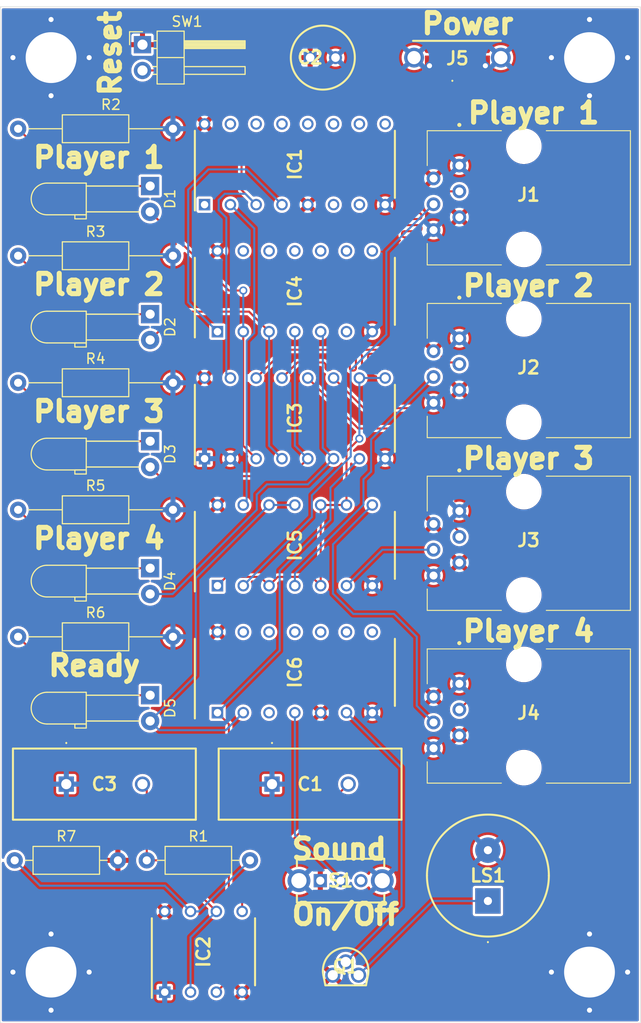
<source format=kicad_pcb>
(kicad_pcb (version 20240108) (generator "pcbnew") (generator_version "8.0")
  (layers (0 "F.Cu" signal) (31 "B.Cu" signal) (34 "B.Paste" user) (35 "F.Paste" user) (36 "B.SilkS" user "B.Silkscreen") (37 "F.SilkS" user "F.Silkscreen") (38 "B.Mask" user) (39 "F.Mask" user) (44 "Edge.Cuts" user))
  (net 0 "")
  (net 1 "GND")
  (net 2 "Net-(IC2-CONT)")
  (net 3 "/Vbus_5V")
  (net 4 "Net-(IC2-THRES)")
  (net 5 "Net-(D1-A)")
  (net 6 "Net-(D1-K)")
  (net 7 "Net-(D2-K)")
  (net 8 "Net-(D2-A)")
  (net 9 "Net-(D3-A)")
  (net 10 "Net-(D3-K)")
  (net 11 "Net-(D4-A)")
  (net 12 "Net-(D4-K)")
  (net 13 "Net-(D5-K)")
  (net 14 "/listening")
  (net 16 "Net-(IC1-S1)")
  (net 18 "/reset_button")
  (net 21 "/listening_state*")
  (net 28 "Net-(IC2-OUT)")
  (net 29 "Net-(IC2-DISCH)")
  (net 30 "/listening*")
  (net 31 "/trigger_4")
  (net 32 "/trigger_2")
  (net 33 "/trigger_1")
  (net 34 "/trigger_3")
  (net 42 "Net-(IC5-1Y)")
  (net 43 "Net-(IC5-4Y)")
  (net 44 "Net-(IC5-2Y)")
  (net 45 "Net-(IC5-3Y)")
  (net 50 "Net-(IC6-1Y)")
  (net 51 "Net-(IC6-1C)")
  (net 57 "Net-(LS1-+)")
  (footprint "SamacSys_PCB_Library:154UL6661" (layer "F.Cu") (at 95.1875 82.6225)
    (property "Reference" "J2")
    (property "Value" "154-UL6661" (hide yes))
  )
  (footprint "SamacSys_PCB_Library:DIP794W53P254L1930H508Q14N" (layer "F.Cu") (at 79 78 90)
    (property "Reference" "IC4")
    (property "Value" "CD4072BE" (hide yes))
  )
  (footprint "SamacSys_PCB_Library:DIP794W53P254L1930H508Q14N" (layer "F.Cu") (at 79 103 90)
    (property "Reference" "IC5")
    (property "Value" "SN74LS04N" (hide yes))
  )
  (footprint "SamacSys_PCB_Library:154UL6661" (layer "F.Cu") (at 95.1875 116.6225)
    (property "Reference" "J4")
    (property "Value" "154-UL6661" (hide yes))
  )
  (footprint "LED_THT:LED_D3.0mm_Horizontal_O6.35mm_Z2.0mm" (layer "F.Cu") (at 64.755 117.750001 -90)
    (property "Reference" "D5")
    (property "Value" "LED")
  )
  (footprint "LED_THT:LED_D3.0mm_Horizontal_O6.35mm_Z2.0mm" (layer "F.Cu") (at 64.755 67.638891 -90)
    (property "Reference" "D1")
    (property "Value" "LED")
  )
  (footprint "LED_THT:LED_D3.0mm_Horizontal_O6.35mm_Z2.0mm" (layer "F.Cu") (at 64.755 80.250001 -90)
    (property "Reference" "D2")
    (property "Value" "LED")
  )
  (footprint "SamacSys_PCB_Library:USB4130GFC" (layer "F.Cu") (at 95 54.829997)
    (property "Reference" "J5")
    (property "Value" "USB4130-GF-C" (hide yes))
  )
  (footprint "SamacSys_PCB_Library:OS102011MS2QS1" (layer "F.Cu") (at 81.5 136)
    (property "Reference" "S1")
    (property "Value" "OS102011MS2QS1" (hide yes))
  )
  (footprint "SamacSys_PCB_Library:CAPPRD250W65D630H900" (layer "F.Cu") (at 80.5 55)
    (property "Reference" "C2")
    (property "Value" "10 uF" (hide yes))
  )
  (footprint "SamacSys_PCB_Library:ECWH16362RJV" (layer "F.Cu") (at 56.5 126.5)
    (property "Reference" "C3")
    (property "Value" "3.3 nF" (hide yes))
  )
  (footprint "Resistor_THT:R_Axial_DIN0207_L6.3mm_D2.5mm_P15.24mm_Horizontal" (layer "F.Cu") (at 51.76 112)
    (property "Reference" "R6")
    (property "Value" "300")
  )
  (footprint "SamacSys_PCB_Library:154UL6661" (layer "F.Cu") (at 95.1875 65.6225)
    (property "Reference" "J1")
    (property "Value" "154-UL6661" (hide yes))
  )
  (footprint "Resistor_THT:R_Axial_DIN0207_L6.3mm_D2.5mm_P10.16mm_Horizontal" (layer "F.Cu") (at 51.42 134)
    (property "Reference" "R7")
    (property "Value" "0")
  )
  (footprint "SamacSys_PCB_Library:DIP794W53P254L1930H508Q16N" (layer "F.Cu") (at 79 90.5 90)
    (property "Reference" "IC3")
    (property "Value" "CD74HCT173E" (hide yes))
  )
  (footprint "Connector_PinHeader_2.54mm:PinHeader_1x02_P2.54mm_Horizontal" (layer "F.Cu") (at 64.000002 53.725)
    (property "Reference" "SW1")
    (property "Value" "SW_Push")
  )
  (footprint "Resistor_THT:R_Axial_DIN0207_L6.3mm_D2.5mm_P10.16mm_Horizontal" (layer "F.Cu") (at 64.42 134)
    (property "Reference" "R1")
    (property "Value" "110k")
  )
  (footprint "SamacSys_PCB_Library:154UL6661" (layer "F.Cu") (at 95.1875 99.6225)
    (property "Reference" "J3")
    (property "Value" "154-UL6661" (hide yes))
  )
  (footprint "SamacSys_PCB_Library:DIP794W53P254L959H508Q8N" (layer "F.Cu") (at 70 143 90)
    (property "Reference" "IC2")
    (property "Value" "COM-16473" (hide yes))
  )
  (footprint "SamacSys_PCB_Library:CMT1209590T" (layer "F.Cu") (at 98 138)
    (property "Reference" "LS1")
    (property "Value" "CMT-1209-590T" (hide yes))
  )
  (footprint "LED_THT:LED_D3.0mm_Horizontal_O6.35mm_Z2.0mm" (layer "F.Cu") (at 64.755 92.750001 -90)
    (property "Reference" "D3")
    (property "Value" "LED")
  )
  (footprint "Resistor_THT:R_Axial_DIN0207_L6.3mm_D2.5mm_P15.24mm_Horizontal" (layer "F.Cu") (at 51.76 99.5)
    (property "Reference" "R5")
    (property "Value" "300")
  )
  (footprint "LED_THT:LED_D3.0mm_Horizontal_O6.35mm_Z2.0mm" (layer "F.Cu") (at 64.755 105.250001 -90)
    (property "Reference" "D4")
    (property "Value" "LED")
  )
  (footprint "Resistor_THT:R_Axial_DIN0207_L6.3mm_D2.5mm_P15.24mm_Horizontal" (layer "F.Cu") (at 51.76 87)
    (property "Reference" "R4")
    (property "Value" "300")
  )
  (footprint "Resistor_THT:R_Axial_DIN0207_L6.3mm_D2.5mm_P15.24mm_Horizontal" (layer "F.Cu") (at 51.760001 62)
    (property "Reference" "R2")
    (property "Value" "300")
  )
  (footprint "Resistor_THT:R_Axial_DIN0207_L6.3mm_D2.5mm_P15.24mm_Horizontal" (layer "F.Cu") (at 51.76 74.5)
    (property "Reference" "R3")
    (property "Value" "300")
  )
  (footprint "SamacSys_PCB_Library:DIP794W53P254L1930H508Q16N" (layer "F.Cu") (at 79 65.5 90)
    (property "Reference" "IC1")
    (property "Value" "CD4043BE-NG" (hide yes))
  )
  (footprint "SamacSys_PCB_Library:DIP794W53P254L1930H508Q14N" (layer "F.Cu") (at 79 115.5 90)
    (property "Reference" "IC6")
    (property "Value" "SN74LS21NE4" (hide yes))
  )
  (footprint "SamacSys_PCB_Library:LM431ACZ" (layer "F.Cu") (at 82.73 145.3)
    (property "Reference" "Q1")
    (property "Value" "BS170" (hide yes))
  )
  (footprint "SamacSys_PCB_Library:ECWH16362RJV" (layer "F.Cu") (at 76.75 126.5)
    (property "Reference" "C1")
    (property "Value" "3.3 nF" (hide yes))
  )
  (gr_rect (start 50 50) (end 113 150) (stroke (width 0.05)) (fill none) (layer "Edge.Cuts"))
  (gr_text "Sound \n\nOn/Off\n" (at 78.459802 140.5 0) (layer "F.SilkS") (effects (font (size 2 2) (thickness 0.5) (bold yes)) (justify left bottom)))
  (gr_text "Player 1\n" (at 95.7875 61.6225 0) (layer "F.SilkS") (effects (font (size 2 2) (thickness 0.5) (bold yes)) (justify left bottom)))
  (gr_text "Ready" (at 54.5 116 0) (layer "F.SilkS") (effects (font (size 2 2) (thickness 0.5) (bold yes)) (justify left bottom)))
  (gr_text "Reset" (at 62 58.999999 90) (layer "F.SilkS") (effects (font (size 2 2) (thickness 0.5) (bold yes)) (justify left bottom)))
  (gr_text "Player 3\n" (at 53 91 0) (layer "F.SilkS") (effects (font (size 2 2) (thickness 0.5) (bold yes)) (justify left bottom)))
  (gr_text "Power" (at 91.243645 52.829997 0) (layer "F.SilkS") (effects (font (size 2 2) (thickness 0.5) (bold yes)) (justify left bottom)))
  (gr_text "Player 3\n" (at 95.2875 95.6225 0) (layer "F.SilkS") (effects (font (size 2 2) (thickness 0.5) (bold yes)) (justify left bottom)))
  (gr_text "Player 4\n" (at 95.2875 112.6225 0) (layer "F.SilkS") (effects (font (size 2 2) (thickness 0.5) (bold yes)) (justify left bottom)))
  (gr_text "Player 4\n" (at 53 103.5 0) (layer "F.SilkS") (effects (font (size 2 2) (thickness 0.5) (bold yes)) (justify left bottom)))
  (gr_text "Player 2\n" (at 95.2875 78.6225 0) (layer "F.SilkS") (effects (font (size 2 2) (thickness 0.5) (bold yes)) (justify left bottom)))
  (gr_text "Player 2\n" (at 53 78.5 0) (layer "F.SilkS") (effects (font (size 2 2) (thickness 0.5) (bold yes)) (justify left bottom)))
  (gr_text "Player 1\n" (at 53 66 0) (layer "F.SilkS") (effects (font (size 2 2) (thickness 0.5) (bold yes)) (justify left bottom)))
  (segment (start 108 51.25) (end 108 58.75) (width 0.2) (layer "F.Cu") (net 1))
  (segment (start 108 141.25) (end 108 148.75) (width 0.2) (layer "F.Cu") (net 1))
  (segment (start 104.25 55) (end 111.75 55) (width 0.2) (layer "F.Cu") (net 1))
  (segment (start 51.25 55) (end 58.75 55) (width 0.2) (layer "F.Cu") (net 1))
  (segment (start 55 51.25) (end 55 58.75) (width 0.2) (layer "F.Cu") (net 1))
  (segment (start 55 141.25) (end 55 148.75) (width 0.2) (layer "F.Cu") (net 1))
  (segment (start 51.25 145) (end 58.75 145) (width 0.2) (layer "F.Cu") (net 1))
  (segment (start 104.25 145) (end 111.75 145) (width 0.2) (layer "F.Cu") (net 1))
  (via (at 108 141.25) (size 0.8) (drill 0.5) (layers "F.Cu" "B.Cu") (net 1))
  (via (at 97.749997 55.799995) (size 0.8) (drill 0.5) (layers "F.Cu" "B.Cu") (net 1))
  (via (at 55 55) (size 6) (drill 5) (layers "F.Cu" "B.Cu") (net 1))
  (via (at 111.75 145) (size 0.8) (drill 0.5) (layers "F.Cu" "B.Cu") (net 1))
  (via (at 58.75 55) (size 0.8) (drill 0.5) (layers "F.Cu" "B.Cu") (net 1))
  (via (at 55 141.25) (size 0.8) (drill 0.5) (layers "F.Cu" "B.Cu") (net 1))
  (via (at 108 148.75) (size 0.8) (drill 0.5) (layers "F.Cu" "B.Cu") (net 1))
  (via (at 108 145) (size 6) (drill 5) (layers "F.Cu" "B.Cu") (net 1))
  (via (at 51.25 55) (size 0.8) (drill 0.5) (layers "F.Cu" "B.Cu") (net 1))
  (via (at 92.25 55.799997) (size 0.8) (drill 0.5) (layers "F.Cu" "B.Cu") (net 1))
  (via (at 55 58.75) (size 0.8) (drill 0.5) (layers "F.Cu" "B.Cu") (net 1))
  (via (at 107.999992 55) (size 6) (drill 5) (layers "F.Cu" "B.Cu") (net 1))
  (via (at 55 145) (size 6) (drill 5) (layers "F.Cu" "B.Cu") (net 1))
  (via (at 104.25 145) (size 0.8) (drill 0.5) (layers "F.Cu" "B.Cu") (net 1))
  (via (at 108 51.25) (size 0.8) (drill 0.5) (layers "F.Cu" "B.Cu") (net 1))
  (via (at 55 51.25) (size 0.8) (drill 0.5) (layers "F.Cu" "B.Cu") (net 1))
  (via (at 58.75 145) (size 0.8) (drill 0.5) (layers "F.Cu" "B.Cu") (net 1))
  (via (at 51.25 145) (size 0.8) (drill 0.5) (layers "F.Cu" "B.Cu") (net 1))
  (via (at 55 148.75) (size 0.8) (drill 0.5) (layers "F.Cu" "B.Cu") (net 1))
  (via (at 111.75 55) (size 0.8) (drill 0.5) (layers "F.Cu" "B.Cu") (net 1))
  (via (at 104.25 55) (size 0.8) (drill 0.5) (layers "F.Cu" "B.Cu") (net 1))
  (via (at 108 58.75) (size 0.8) (drill 0.5) (layers "F.Cu" "B.Cu") (net 1))
  (segment (start 73.81 136.94) (end 73.81 139.03) (width 0.2) (layer "F.Cu") (net 2))
  (segment (start 84.25 126.5) (end 73.81 136.94) (width 0.2) (layer "F.Cu") (net 2))
  (segment (start 64.42 134) (end 64.42 126.92) (width 0.2) (layer "F.Cu") (net 4))
  (segment (start 64.42 126.92) (end 64 126.5) (width 0.2) (layer "F.Cu") (net 4))
  (segment (start 71.270001 139.029994) (end 66.240007 134) (width 0.2) (layer "F.Cu") (net 4))
  (segment (start 66.240007 134) (end 64.42 134) (width 0.2) (layer "F.Cu") (net 4))
  (segment (start 68.729999 146.970006) (end 68.729999 141.569996) (width 0.2) (layer "B.Cu") (net 4))
  (segment (start 68.729999 141.569996) (end 71.270001 139.029994) (width 0.2) (layer "B.Cu") (net 4))
  (segment (start 73.920001 77.920001) (end 72.496105 77.920001) (width 0.2) (layer "F.Cu") (net 5))
  (segment (start 64.754999 70.504999) (end 64.754999 70.178895) (width 0.2) (layer "F.Cu") (net 5))
  (segment (start 73.920001 93.200001) (end 73.920001 81.970001) (width 0.2) (layer "F.Cu") (net 5))
  (segment (start 75.19 94.47) (end 73.920001 93.200001) (width 0.2) (layer "F.Cu") (net 5))
  (segment (start 72.496105 77.920001) (end 64.754999 70.178895) (width 0.2) (layer "F.Cu") (net 5))
  (via (at 73.920001 77.920001) (size 0.8) (drill 0.5) (layers "F.Cu" "B.Cu") (net 5))
  (segment (start 73.920001 81.970001) (end 73.920001 77.920001) (width 0.2) (layer "B.Cu") (net 5))
  (segment (start 57.398892 67.638891) (end 51.760001 62) (width 0.2) (layer "F.Cu") (net 6))
  (segment (start 64.755 67.638891) (end 57.398892 67.638891) (width 0.2) (layer "F.Cu") (net 6))
  (segment (start 57.510001 80.250001) (end 51.76 74.5) (width 0.2) (layer "F.Cu") (net 7))
  (segment (start 64.755 80.250001) (end 57.510001 80.250001) (width 0.2) (layer "F.Cu") (net 7))
  (segment (start 74.490002 80) (end 76.46 81.969998) (width 0.2) (layer "F.Cu") (net 8))
  (segment (start 64.754999 82.790005) (end 67.545004 80) (width 0.2) (layer "F.Cu") (net 8))
  (segment (start 67.545004 80) (end 74.490002 80) (width 0.2) (layer "F.Cu") (net 8))
  (segment (start 76.46 93.200002) (end 77.73 94.470002) (width 0.2) (layer "B.Cu") (net 8))
  (segment (start 76.46 81.969998) (end 76.46 93.200002) (width 0.2) (layer "B.Cu") (net 8))
  (segment (start 80.269999 94.470001) (end 78.549995 96.190005) (width 0.2) (layer "F.Cu") (net 9))
  (segment (start 78.549995 96.190005) (end 65.654999 96.190005) (width 0.2) (layer "F.Cu") (net 9))
  (segment (start 65.654999 96.190005) (end 64.754999 95.290005) (width 0.2) (layer "F.Cu") (net 9))
  (segment (start 79 93.200002) (end 80.269999 94.470001) (width 0.2) (layer "B.Cu") (net 9))
  (segment (start 79 81.970001) (end 79 93.200002) (width 0.2) (layer "B.Cu") (net 9))
  (segment (start 57.510001 92.750001) (end 51.76 87) (width 0.2) (layer "F.Cu") (net 10))
  (segment (start 64.755 92.750001) (end 57.510001 92.750001) (width 0.2) (layer "F.Cu") (net 10))
  (segment (start 81.54 81.97) (end 81.75 82.18) (width 0.2) (layer "B.Cu") (net 11))
  (segment (start 66.959995 107.790005) (end 64.754998 107.790005) (width 0.2) (layer "B.Cu") (net 11))
  (segment (start 80.28 97) (end 76.25 97) (width 0.2) (layer "B.Cu") (net 11))
  (segment (start 81.75 93.41) (end 82.81 94.47) (width 0.2) (layer "B.Cu") (net 11))
  (segment (start 75.25 99.5) (end 66.959995 107.790005) (width 0.2) (layer "B.Cu") (net 11))
  (segment (start 81.75 82.18) (end 81.75 93.41) (width 0.2) (layer "B.Cu") (net 11))
  (segment (start 76.25 97) (end 75.25 98) (width 0.2) (layer "B.Cu") (net 11))
  (segment (start 75.25 98) (end 75.25 99.5) (width 0.2) (layer "B.Cu") (net 11))
  (segment (start 82.81 94.47) (end 80.28 97) (width 0.2) (layer "B.Cu") (net 11))
  (segment (start 57.510001 105.250001) (end 51.76 99.5) (width 0.2) (layer "F.Cu") (net 12))
  (segment (start 64.755 105.250001) (end 57.510001 105.250001) (width 0.2) (layer "F.Cu") (net 12))
  (segment (start 57.510001 117.750001) (end 51.76 112) (width 0.2) (layer "F.Cu") (net 13))
  (segment (start 64.755 117.750001) (end 57.510001 117.750001) (width 0.2) (layer "F.Cu") (net 13))
  (segment (start 65.654999 121.190005) (end 72.199995 121.190005) (width 0.2) (layer "B.Cu") (net 14))
  (segment (start 69.25 115.795004) (end 64.754999 120.290005) (width 0.2) (layer "B.Cu") (net 14))
  (segment (start 64.754999 120.290005) (end 65.654999 121.190005) (width 0.2) (layer "B.Cu") (net 14))
  (segment (start 79 99.029999) (end 76.460001 99.029999) (width 0.2) (layer "B.Cu") (net 14))
  (segment (start 69.25 106.24) (end 69.25 115.795004) (width 0.2) (layer "B.Cu") (net 14))
  (segment (start 76.460001 99.029999) (end 76.46 99.03) (width 0.2) (layer "B.Cu") (net 14))
  (segment (start 72.199995 121.190005) (end 73.919999 119.470001) (width 0.2) (layer "B.Cu") (net 14))
  (segment (start 76.46 99.03) (end 69.25 106.24) (width 0.2) (layer "B.Cu") (net 14))
  (segment (start 74.259989 66) (end 70.5 66) (width 0.2) (layer "B.Cu") (net 16))
  (segment (start 68.5 68) (end 68.5 79.090002) (width 0.2) (layer "B.Cu") (net 16))
  (segment (start 68.5 79.090002) (end 71.38 81.970002) (width 0.2) (layer "B.Cu") (net 16))
  (segment (start 70.5 66) (end 68.5 68) (width 0.2) (layer "B.Cu") (net 16))
  (segment (start 77.729996 69.470007) (end 74.259989 66) (width 0.2) (layer "B.Cu") (net 16))
  (segment (start 73.75 68.03) (end 75.19 69.47) (width 0.2) (layer "F.Cu") (net 18))
  (segment (start 73.75 58.25) (end 73.75 68.03) (width 0.2) (layer "F.Cu") (net 18))
  (segment (start 64 56.265004) (end 71.765004 56.265004) (width 0.2) (layer "F.Cu") (net 18))
  (segment (start 71.765004 56.265004) (end 73.75 58.25) (width 0.2) (layer "F.Cu") (net 18))
  (segment (start 72.1 68.4) (end 71.5 69) (width 0.2) (layer "B.Cu") (net 18))
  (segment (start 74.12 68.4) (end 72.1 68.4) (width 0.2) (layer "B.Cu") (net 18))
  (segment (start 71.5 69) (end 71.5 70) (width 0.2) (layer "B.Cu") (net 18))
  (segment (start 75.19 69.47) (end 74.12 68.4) (width 0.2) (layer "B.Cu") (net 18))
  (segment (start 72.25 86.129998) (end 72.65 86.529998) (width 0.2) (layer "B.Cu") (net 18))
  (segment (start 71.5 70) (end 72.25 70.75) (width 0.2) (layer "B.Cu") (net 18))
  (segment (start 72.25 70.75) (end 72.25 86.129998) (width 0.2) (layer "B.Cu") (net 18))
  (segment (start 74.25 98.699999) (end 73.92 99.029999) (width 0.2) (layer "B.Cu") (net 21))
  (segment (start 75 71.819994) (end 75 82.113297) (width 0.2) (layer "B.Cu") (net 21))
  (segment (start 74.25 82.863297) (end 74.25 98.699999) (width 0.2) (layer "B.Cu") (net 21))
  (segment (start 75 82.113297) (end 74.25 82.863297) (width 0.2) (layer "B.Cu") (net 21))
  (segment (start 72.650002 69.469996) (end 75 71.819994) (width 0.2) (layer "B.Cu") (net 21))
  (segment (start 72.5 145.740002) (end 72.5 120.590002) (width 0.2) (layer "F.Cu") (net 28))
  (segment (start 71.269999 146.970003) (end 72.5 145.740002) (width 0.2) (layer "F.Cu") (net 28))
  (segment (start 72.5 120.590002) (end 71.38 119.470002) (width 0.2) (layer "F.Cu") (net 28))
  (segment (start 85.35 94.470002) (end 82.5 97.320002) (width 0.2) (layer "B.Cu") (net 28))
  (segment (start 77.5 113.350002) (end 71.38 119.470002) (width 0.2) (layer "B.Cu") (net 28))
  (segment (start 82.5 100.5) (end 77.5 105.5) (width 0.2) (layer "B.Cu") (net 28))
  (segment (start 77.5 105.5) (end 77.5 113.350002) (width 0.2) (layer "B.Cu") (net 28))
  (segment (start 82.5 97.320002) (end 82.5 100.5) (width 0.2) (layer "B.Cu") (net 28))
  (segment (start 66.200004 136.5) (end 54 136.5) (width 0.2) (layer "B.Cu") (net 29))
  (segment (start 68.730001 139.029997) (end 66.200004 136.5) (width 0.2) (layer "B.Cu") (net 29))
  (segment (start 51.42 134.17) (end 51.42 134) (width 0.2) (layer "B.Cu") (net 29))
  (segment (start 74.58 134) (end 69.550003 139.029997) (width 0.2) (layer "B.Cu") (net 29))
  (segment (start 69.550003 139.029997) (end 68.730001 139.029997) (width 0.2) (layer "B.Cu") (net 29))
  (segment (start 53.92 136.5) (end 54 136.5) (width 0.2) (layer "B.Cu") (net 29))
  (segment (start 51.42 134) (end 53.92 136.5) (width 0.2) (layer "B.Cu") (net 29))
  (segment (start 84.080001 99.029999) (end 81.540003 99.029999) (width 0.2) (layer "F.Cu") (net 30))
  (segment (start 81.540003 99.029999) (end 81.540001 99.030001) (width 0.2) (layer "F.Cu") (net 30))
  (segment (start 85.349999 92.5) (end 84.080001 93.769998) (width 0.2) (layer "F.Cu") (net 30))
  (segment (start 72.245001 106.105001) (end 71.38 106.970002) (width 0.2) (layer "F.Cu") (net 30))
  (segment (start 81.540001 106.969999) (end 81.54 106.97) (width 0.2) (layer "F.Cu") (net 30))
  (segment (start 75.595001 106.105001) (end 72.245001 106.105001) (width 0.2) (layer "F.Cu") (net 30))
  (segment (start 81.540001 99.030001) (end 81.540001 106.969999) (width 0.2) (layer "F.Cu") (net 30))
  (segment (start 84.080001 93.769998) (end 84.080001 99.029999) (width 0.2) (layer "F.Cu") (net 30))
  (segment (start 77.324997 106.105001) (end 76.459999 106.969999) (width 0.2) (layer "F.Cu") (net 30))
  (segment (start 80.675001 106.105001) (end 77.324997 106.105001) (width 0.2) (layer "F.Cu") (net 30))
  (segment (start 81.54 106.97) (end 80.675001 106.105001) (width 0.2) (layer "F.Cu") (net 30))
  (segment (start 76.459999 106.969999) (end 75.595001 106.105001) (width 0.2) (layer "F.Cu") (net 30))
  (via (at 85.349999 92.5) (size 0.8) (drill 0.5) (layers "F.Cu" "B.Cu") (net 30))
  (segment (start 87.89 86.53) (end 85.35 86.53) (width 0.2) (layer "B.Cu") (net 30))
  (segment (start 85.349999 92.5) (end 85.349999 92.650001) (width 0.2) (layer "B.Cu") (net 30))
  (segment (start 85.35 86.53) (end 85.349999 86.530001) (width 0.2) (layer "B.Cu") (net 30))
  (segment (start 85.349999 86.530001) (end 85.349999 92.5) (width 0.2) (layer "B.Cu") (net 30))
  (segment (start 82.81 86.53) (end 85.78 89.5) (width 0.2) (layer "F.Cu") (net 31))
  (segment (start 96.75 109.536279) (end 96.75 111.922662) (width 0.2) (layer "F.Cu") (net 31))
  (segment (start 97.423183 108.576279) (end 96.99 108.576279) (width 0.2) (layer "F.Cu") (net 31))
  (segment (start 96.99 108.576279) (end 96.076817 108.576279) (width 0.2) (layer "F.Cu") (net 31))
  (segment (start 96.99 107.976279) (end 97.423183 107.976279) (width 0.2) (layer "F.Cu") (net 31))
  (segment (start 90.75 89.5) (end 96.75 95.5) (width 0.2) (layer "F.Cu") (net 31))
  (segment (start 95.836817 108.816279) (end 95.836817 108.936279) (width 0.2) (layer "F.Cu") (net 31))
  (segment (start 85.78 89.5) (end 90.75 89.5) (width 0.2) (layer "F.Cu") (net 31))
  (segment (start 96.75 117.6) (end 95.1875 119.1625) (width 0.2) (layer "F.Cu") (net 31))
  (segment (start 97.663183 108.216279) (end 97.663183 108.336279) (width 0.2) (layer "F.Cu") (net 31))
  (segment (start 96.75 109.416279) (end 96.75 109.536279) (width 0.2) (layer "F.Cu") (net 31))
  (segment (start 96.076817 109.176279) (end 96.51 109.176279) (width 0.2) (layer "F.Cu") (net 31))
  (segment (start 96.75 95.5) (end 96.75 107.736279) (width 0.2) (layer "F.Cu") (net 31))
  (segment (start 96.75 111.922662) (end 96.75 117.6) (width 0.2) (layer "F.Cu") (net 31))
  (arc (start 96.75 107.736279) (mid 96.820294 107.905985) (end 96.99 107.976279) (width 0.2) (layer "F.Cu") (net 31))
  (arc (start 97.423183 107.976279) (mid 97.592889 108.046573) (end 97.663183 108.216279) (width 0.2) (layer "F.Cu") (net 31))
  (arc (start 96.076817 108.576279) (mid 95.907111 108.646573) (end 95.836817 108.816279) (width 0.2) (layer "F.Cu") (net 31))
  (arc (start 95.836817 108.936279) (mid 95.907111 109.105985) (end 96.076817 109.176279) (width 0.2) (layer "F.Cu") (net 31))
  (arc (start 97.663183 108.336279) (mid 97.592889 108.505985) (end 97.423183 108.576279) (width 0.2) (layer "F.Cu") (net 31))
  (arc (start 96.51 109.176279) (mid 96.679706 109.246573) (end 96.75 109.416279) (width 0.2) (layer "F.Cu") (net 31))
  (segment (start 87.407099 85) (end 87.407099 85.657755) (width 0.2) (layer "F.Cu") (net 32))
  (segment (start 81.647099 85) (end 79.685426 85) (width 0.2) (layer "F.Cu") (net 32))
  (segment (start 91.607099 85) (end 91.607099 84.242247) (width 0.2) (layer "F.Cu") (net 32))
  (segment (start 89.207099 85) (end 89.207099 84.392223) (width 0.2) (layer "F.Cu") (net 32))
  (segment (start 84.407099 85) (end 84.407099 84.392243) (width 0.2) (layer "F.Cu") (net 32))
  (segment (start 92.807099 85.257765) (end 92.807099 85.24) (width 0.2) (layer "F.Cu") (net 32))
  (segment (start 88.007099 85) (end 88.007099 84.392223) (width 0.2) (layer "F.Cu") (net 32))
  (segment (start 88.607099 85) (end 88.607099 85.45777) (width 0.2) (layer "F.Cu") (net 32))
  (segment (start 86.807099 85) (end 86.807099 84.392223) (width 0.2) (layer "F.Cu") (net 32))
  (segment (start 79.26 85) (end 77.730001 86.529999) (width 0.2) (layer "F.Cu") (net 32))
  (segment (start 91.967099 85.647774) (end 91.847099 85.647774) (width 0.2) (layer "F.Cu") (net 32))
  (segment (start 94.007099 84.76) (end 94.007099 84.592226) (width 0.2) (layer "F.Cu") (net 32))
  (segment (start 93.167099 85.497765) (end 93.047099 85.497765) (width 0.2) (layer "F.Cu") (net 32))
  (segment (start 89.567099 85.997753) (end 89.447099 85.997753) (width 0.2) (layer "F.Cu") (net 32))
  (segment (start 91.607099 85.24) (end 91.607099 85) (width 0.2) (layer "F.Cu") (net 32))
  (segment (start 92.567099 85) (end 92.447099 85) (width 0.2) (layer "F.Cu") (net 32))
  (segment (start 90.167099 84.002247) (end 90.047099 84.002247) (width 0.2) (layer "F.Cu") (net 32))
  (segment (start 93.407099 84.76) (end 93.407099 85.257765) (width 0.2) (layer "F.Cu") (net 32))
  (segment (start 89.207099 85.757753) (end 89.207099 85) (width 0.2) (layer "F.Cu") (net 32))
  (segment (start 83.207099 85) (end 83.207099 84.392223) (width 0.2) (layer "F.Cu") (net 32))
  (segment (start 91.007099 85) (end 91.007099 85.757753) (width 0.2) (layer "F.Cu") (net 32))
  (segment (start 83.567099 85.847757) (end 83.447099 85.847757) (width 0.2) (layer "F.Cu") (net 32))
  (segment (start 84.167099 84.152243) (end 84.047099 84.152243) (width 0.2) (layer "F.Cu") (net 32))
  (segment (start 90.407099 85) (end 90.407099 84.242247) (width 0.2) (layer "F.Cu") (net 32))
  (segment (start 91.607099 85.407774) (end 91.607099 85.24) (width 0.2) (layer "F.Cu") (net 32))
  (segment (start 88.967099 84.152223) (end 88.847099 84.152223) (width 0.2) (layer "F.Cu") (net 32))
  (segment (start 86.807099 85.657755) (end 86.807099 85) (width 0.2) (layer "F.Cu") (net 32))
  (segment (start 91.367099 84.002247) (end 91.247099 84.002247) (width 0.2) (layer "F.Cu") (net 32))
  (segment (start 91.007099 84.242247) (end 91.007099 85) (width 0.2) (layer "F.Cu") (net 32))
  (segment (start 82.607099 84.392223) (end 82.607099 85) (width 0.2) (layer "F.Cu") (net 32))
  (segment (start 83.207099 85.607757) (end 83.207099 85) (width 0.2) (layer "F.Cu") (net 32))
  (segment (start 82.007099 85.507749) (end 82.007099 85.24) (width 0.2) (layer "F.Cu") (net 32))
  (segment (start 86.207099 84.392223) (end 86.207099 85) (width 0.2) (layer "F.Cu") (net 32))
  (segment (start 87.407099 84.392223) (end 87.407099 85) (width 0.2) (layer "F.Cu") (net 32))
  (segment (start 89.807099 85) (end 89.807099 85.757753) (width 0.2) (layer "F.Cu") (net 32))
  (segment (start 86.207099 85) (end 86.207099 85.507766) (width 0.2) (layer "F.Cu") (net 32))
  (segment (start 82.367099 85.747749) (end 82.247099 85.747749) (width 0.2) (layer "F.Cu") (net 32))
  (segment (start 87.167099 85.897755) (end 87.047099 85.897755) (width 0.2) (layer "F.Cu") (net 32))
  (segment (start 87.767099 84.152223) (end 87.647099 84.152223) (width 0.2) (layer "F.Cu") (net 32))
  (segment (start 93.407099 84.592226) (end 93.407099 84.76) (width 0.2) (layer "F.Cu") (net 32))
  (segment (start 88.007099 85.45777) (end 88.007099 85) (width 0.2) (layer "F.Cu") (net 32))
  (segment (start 89.807099 84.242247) (end 89.807099 85) (width 0.2) (layer "F.Cu") (net 32))
  (segment (start 90.407099 85.757753) (end 90.407099 85) (width 0.2) (layer "F.Cu") (net 32))
  (segment (start 85.607099 85) (end 85.607099 84.392243) (width 0.2) (layer "F.Cu") (net 32))
  (segment (start 95.025 85) (end 94.247099 85) (width 0.2) (layer "F.Cu") (net 32))
  (segment (start 86.567099 84.152223) (end 86.447099 84.152223) (width 0.2) (layer "F.Cu") (net 32))
  (segment (start 83.807099 85) (end 83.807099 85.607757) (width 0.2) (layer "F.Cu") (net 32))
  (segment (start 81.767099 85) (end 81.647099 85) (width 0.2) (layer "F.Cu") (net 32))
  (segment (start 88.607099 84.392223) (end 88.607099 85) (width 0.2) (layer "F.Cu") (net 32))
  (segment (start 85.967099 85.747766) (end 85.847099 85.747766) (width 0.2) (layer "F.Cu") (net 32))
  (segment (start 85.007099 85) (end 85.007099 85.557765) (width 0.2) (layer "F.Cu") (net 32))
  (segment (start 85.607099 85.507766) (end 85.607099 85) (width 0.2) (layer "F.Cu") (net 32))
  (segment (start 85.007099 84.392243) (end 85.007099 85) (width 0.2) (layer "F.Cu") (net 32))
  (segment (start 92.207099 85.24) (end 92.207099 85.407774) (width 0.2) (layer "F.Cu") (net 32))
  (segment (start 83.807099 84.392243) (end 83.807099 85) (width 0.2) (layer "F.Cu") (net 32))
  (segment (start 79.685426 85) (end 79.26 85) (width 0.2) (layer "F.Cu") (net 32))
  (segment (start 84.407099 85.557765) (end 84.407099 85) (width 0.2) (layer "F.Cu") (net 32))
  (segment (start 88.367099 85.69777) (end 88.247099 85.69777) (width 0.2) (layer "F.Cu") (net 32))
  (segment (start 95.1875 85.1625) (end 95.025 85) (width 0.2) (layer "F.Cu") (net 32))
  (segment (start 82.607099 85.24) (end 82.607099 85.507749) (width 0.2) (layer "F.Cu") (net 32))
  (segment (start 82.967099 84.152223) (end 82.847099 84.152223) (width 0.2) (layer "F.Cu") (net 32))
  (segment (start 90.767099 85.997753) (end 90.647099 85.997753) (width 0.2) (layer "F.Cu") (net 32))
  (segment (start 84.767099 85.797765) (end 84.647099 85.797765) (width 0.2) (layer "F.Cu") (net 32))
  (segment (start 93.767099 84.352226) (end 93.647099 84.352226) (width 0.2) (layer "F.Cu") (net 32))
  (segment (start 85.367099 84.152243) (end 85.247099 84.152243) (width 0.2) (layer "F.Cu") (net 32))
  (segment (start 82.607099 85) (end 82.607099 85.24) (width 0.2) (layer "F.Cu") (net 32))
  (arc (start 83.447099 85.847757) (mid 83.277393 85.777463) (end 83.207099 85.607757) (width 0.2) (layer "F.Cu") (net 32))
  (arc (start 85.007099 85.557765) (mid 84.936805 85.727471) (end 84.767099 85.797765) (width 0.2) (layer "F.Cu") (net 32))
  (arc (start 85.247099 84.152243) (mid 85.077393 84.222537) (end 85.007099 84.392243) (width 0.2) (layer "F.Cu") (net 32))
  (arc (start 92.447099 85) (mid 92.277393 85.070294) (end 92.207099 85.24) (width 0.2) (layer "F.Cu") (net 32))
  (arc (start 88.247099 85.69777) (mid 88.077393 85.627476) (end 88.007099 85.45777) (width 0.2) (layer "F.Cu") (net 32))
  (arc (start 93.647099 84.352226) (mid 93.477393 84.42252) (end 93.407099 84.592226) (width 0.2) (layer "F.Cu") (net 32))
  (arc (start 85.847099 85.747766) (mid 85.677393 85.677472) (end 85.607099 85.507766) (width 0.2) (layer "F.Cu") (net 32))
  (arc (start 84.407099 84.392243) (mid 84.336805 84.222537) (end 84.167099 84.152243) (width 0.2) (layer "F.Cu") (net 32))
  (arc (start 91.607099 84.242247) (mid 91.536805 84.072541) (end 91.367099 84.002247) (width 0.2) (layer "F.Cu") (net 32))
  (arc (start 83.207099 84.392223) (mid 83.136805 84.222517) (end 82.967099 84.152223) (width 0.2) (layer "F.Cu") (net 32))
  (arc (start 84.647099 85.797765) (mid 84.477393 85.727471) (end 84.407099 85.557765) (width 0.2) (layer "F.Cu") (net 32))
  (arc (start 91.007099 85.757753) (mid 90.936805 85.927459) (end 90.767099 85.997753) (width 0.2) (layer "F.Cu") (net 32))
  (arc (start 88.607099 85.45777) (mid 88.536805 85.627476) (end 88.367099 85.69777) (width 0.2) (layer "F.Cu") (net 32))
  (arc (start 93.407099 85.257765) (mid 93.336805 85.427471) (end 93.167099 85.497765) (width 0.2) (layer "F.Cu") (net 32))
  (arc (start 90.407099 84.242247) (mid 90.336805 84.072541) (end 90.167099 84.002247) (width 0.2) (layer "F.Cu") (net 32))
  (arc (start 87.647099 84.152223) (mid 87.477393 84.222517) (end 87.407099 84.392223) (width 0.2) (layer "F.Cu") (net 32))
  (arc (start 85.607099 84.392243) (mid 85.536805 84.222537) (end 85.367099 84.152243) (width 0.2) (layer "F.Cu") (net 32))
  (arc (start 82.847099 84.152223) (mid 82.677393 84.222517) (end 82.607099 84.392223) (width 0.2) (layer "F.Cu") (net 32))
  (arc (start 92.807099 85.24) (mid 92.736805 85.070294) (end 92.567099 85) (width 0.2) (layer "F.Cu") (net 32))
  (arc (start 88.007099 84.392223) (mid 87.936805 84.222517) (end 87.767099 84.152223) (width 0.2) (layer "F.Cu") (net 32))
  (arc (start 92.207099 85.407774) (mid 92.136805 85.57748) (end 91.967099 85.647774) (width 0.2) (layer "F.Cu") (net 32))
  (arc (start 82.247099 85.747749) (mid 82.077393 85.677455) (end 82.007099 85.507749) (width 0.2) (layer "F.Cu") (net 32))
  (arc (start 83.807099 85.607757) (mid 83.736805 85.777463) (end 83.567099 85.847757) (width 0.2) (layer "F.Cu") (net 32))
  (arc (start 86.807099 84.392223) (mid 86.736805 84.222517) (end 86.567099 84.152223) (width 0.2) (layer "F.Cu") (net 32))
  (arc (start 82.607099 85.507749) (mid 82.536805 85.677455) (end 82.367099 85.747749) (width 0.2) (layer "F.Cu") (net 32))
  (arc (start 84.047099 84.152243) (mid 83.877393 84.222537) (end 83.807099 84.392243) (width 0.2) (layer "F.Cu") (net 32))
  (arc (start 89.447099 85.997753) (mid 89.277393 85.927459) (end 89.207099 85.757753) (width 0.2) (layer "F.Cu") (net 32))
  (arc (start 87.407099 85.657755) (mid 87.336805 85.827461) (end 87.167099 85.897755) (width 0.2) (layer "F.Cu") (net 32))
  (arc (start 90.647099 85.997753) (mid 90.477393 85.927459) (end 90.407099 85.757753) (width 0.2) (layer "F.Cu") (net 32))
  (arc (start 90.047099 84.002247) (mid 89.877393 84.072541) (end 89.807099 84.242247) (width 0.2) (layer "F.Cu") (net 32))
  (arc (start 86.447099 84.152223) (mid 86.277393 84.222517) (end 86.207099 84.392223) (width 0.2) (layer "F.Cu") (net 32))
  (arc (start 91.847099 85.647774) (mid 91.677393 85.57748) (end 91.607099 85.407774) (width 0.2) (layer "F.Cu") (net 32))
  (arc (start 88.847099 84.152223) (mid 88.677393 84.222517) (end 88.607099 84.392223) (width 0.2) (layer "F.Cu") (net 32))
  (arc (start 86.207099 85.507766) (mid 86.136805 85.677472) (end 85.967099 85.747766) (width 0.2) (layer "F.Cu") (net 32))
  (arc (start 82.007099 85.24) (mid 81.936805 85.070294) (end 81.767099 85) (width 0.2) (layer "F.Cu") (net 32))
  (arc (start 89.807099 85.757753) (mid 89.736805 85.927459) (end 89.567099 85.997753) (width 0.2) (layer "F.Cu") (net 32))
  (arc (start 91.247099 84.002247) (mid 91.077393 84.072541) (end 91.007099 84.242247) (width 0.2) (layer "F.Cu") (net 32))
  (arc (start 89.207099 84.392223) (mid 89.136805 84.222517) (end 88.967099 84.152223) (width 0.2) (layer "F.Cu") (net 32))
  (arc (start 94.007099 84.592226) (mid 93.936805 84.42252) (end 93.767099 84.352226) (width 0.2) (layer "F.Cu") (net 32))
  (arc (start 93.047099 85.497765) (mid 92.877393 85.427471) (end 92.807099 85.257765) (width 0.2) (layer "F.Cu") (net 32))
  (arc (start 94.247099 85) (mid 94.077393 84.929706) (end 94.007099 84.76) (width 0.2) (layer "F.Cu") (net 32))
  (arc (start 87.047099 85.897755) (mid 86.877393 85.827461) (end 86.807099 85.657755) (width 0.2) (layer "F.Cu") (net 32))
  (segment (start 77.97 83.75) (end 75.19 86.53) (width 0.2) (layer "F.Cu") (net 33))
  (segment (start 89.780455 73.887303) (end 90.26 73.887303) (width 0.2) (layer "F.Cu") (net 33))
  (segment (start 91.219521 70.887303) (end 90.74 70.887303) (width 0.2) (layer "F.Cu") (net 33))
  (segment (start 90.5 69.75) (end 90.5 70.047303) (width 0.2) (layer "F.Cu") (net 33))
  (segment (start 90.5 74.247303) (end 90.5 77.68686) (width 0.2) (layer "F.Cu") (net 33))
  (segment (start 90.5 72.087303) (end 89.780455 72.087303) (width 0.2) (layer "F.Cu") (net 33))
  (segment (start 89.540455 72.327303) (end 89.540455 72.447303) (width 0.2) (layer "F.Cu") (net 33))
  (segment (start 91.459521 71.727303) (end 91.459521 71.847303) (width 0.2) (layer "F.Cu") (net 33))
  (segment (start 91.219521 72.087303) (end 90.5 72.087303) (width 0.2) (layer "F.Cu") (net 33))
  (segment (start 90.5 82.25) (end 89 83.75) (width 0.2) (layer "F.Cu") (net 33))
  (segment (start 89 83.75) (end 77.97 83.75) (width 0.2) (layer "F.Cu") (net 33))
  (segment (start 90.5 72.687303) (end 91.219521 72.687303) (width 0.2) (layer "F.Cu") (net 33))
  (segment (start 95.1875 68.1625) (end 92.0875 68.1625) (width 0.2) (layer "F.Cu") (net 33))
  (segment (start 90.5 70.887303) (end 89.780479 70.887303) (width 0.2) (layer "F.Cu") (net 33))
  (segment (start 90.74 70.887303) (end 90.5 70.887303) (width 0.2) (layer "F.Cu") (net 33))
  (segment (start 91.459521 72.927303) (end 91.459521 73.047303) (width 0.2) (layer "F.Cu") (net 33))
  (segment (start 89.540479 71.127303) (end 89.540479 71.247303) (width 0.2) (layer "F.Cu") (net 33))
  (segment (start 89.780455 72.687303) (end 90.5 72.687303) (width 0.2) (layer "F.Cu") (net 33))
  (segment (start 90.5 77.68686) (end 90.5 82.25) (width 0.2) (layer "F.Cu") (net 33))
  (segment (start 92.0875 68.1625) (end 90.5 69.75) (width 0.2) (layer "F.Cu") (net 33))
  (segment (start 89.780479 71.487303) (end 90.5 71.487303) (width 0.2) (layer "F.Cu") (net 33))
  (segment (start 90.5 71.487303) (end 91.219521 71.487303) (width 0.2) (layer "F.Cu") (net 33))
  (segment (start 89.540455 73.527303) (end 89.540455 73.647303) (width 0.2) (layer "F.Cu") (net 33))
  (segment (start 90.5 73.287303) (end 90.26 73.287303) (width 0.2) (layer "F.Cu") (net 33))
  (segment (start 90.5 74.127303) (end 90.5 74.247303) (width 0.2) (layer "F.Cu") (net 33))
  (segment (start 91.219521 73.287303) (end 90.5 73.287303) (width 0.2) (layer "F.Cu") (net 33))
  (segment (start 91.459521 70.527303) (end 91.459521 70.647303) (width 0.2) (layer "F.Cu") (net 33))
  (segment (start 90.26 73.287303) (end 89.780455 73.287303) (width 0.2) (layer "F.Cu") (net 33))
  (segment (start 90.74 70.287303) (end 91.219521 70.287303) (width 0.2) (layer "F.Cu") (net 33))
  (arc (start 90.26 73.887303) (mid 90.429706 73.957597) (end 90.5 74.127303) (width 0.2) (layer "F.Cu") (net 33))
  (arc (start 89.780455 73.287303) (mid 89.610749 73.357597) (end 89.540455 73.527303) (width 0.2) (layer "F.Cu") (net 33))
  (arc (start 89.540455 73.647303) (mid 89.610749 73.817009) (end 89.780455 73.887303) (width 0.2) (layer "F.Cu") (net 33))
  (arc (start 91.219521 72.687303) (mid 91.389227 72.757597) (end 91.459521 72.927303) (width 0.2) (layer "F.Cu") (net 33))
  (arc (start 91.459521 70.647303) (mid 91.389227 70.817009) (end 91.219521 70.887303) (width 0.2) (layer "F.Cu") (net 33))
  (arc (start 91.459521 71.847303) (mid 91.389227 72.017009) (end 91.219521 72.087303) (width 0.2) (layer "F.Cu") (net 33))
  (arc (start 91.219521 71.487303) (mid 91.389227 71.557597) (end 91.459521 71.727303) (width 0.2) (layer "F.Cu") (net 33))
  (arc (start 91.219521 70.287303) (mid 91.389227 70.357597) (end 91.459521 70.527303) (width 0.2) (layer "F.Cu") (net 33))
  (arc (start 89.540455 72.447303) (mid 89.610749 72.617009) (end 89.780455 72.687303) (width 0.2) (layer "F.Cu") (net 33))
  (arc (start 90.5 70.047303) (mid 90.570294 70.217009) (end 90.74 70.287303) (width 0.2) (layer "F.Cu") (net 33))
  (arc (start 89.780455 72.087303) (mid 89.610749 72.157597) (end 89.540455 72.327303) (width 0.2) (layer "F.Cu") (net 33))
  (arc (start 91.459521 73.047303) (mid 91.389227 73.217009) (end 91.219521 73.287303) (width 0.2) (layer "F.Cu") (net 33))
  (arc (start 89.540479 71.247303) (mid 89.610773 71.417009) (end 89.780479 71.487303) (width 0.2) (layer "F.Cu") (net 33))
  (arc (start 89.780479 70.887303) (mid 89.610773 70.957597) (end 89.540479 71.127303) (width 0.2) (layer "F.Cu") (net 33))
  (segment (start 89.12 92.47473) (end 89 92.47473) (width 0.2) (layer "F.Cu") (net 34))
  (segment (start 92.022141 93.272141) (end 92.022142 93.272142) (width 0.2) (layer "F.Cu") (net 34))
  (segment (start 92.96594 92.837464) (end 92.881085 92.752609) (width 0.2) (layer "F.Cu") (net 34))
  (segment (start 89.36 91.74) (end 89.36 92.23473) (width 0.2) (layer "F.Cu") (net 34))
  (segment (start 94.47473 98.207372) (end 94.47473 98.087372) (width 0.2) (layer "F.Cu") (net 34))
  (segment (start 93.5 95.207372) (end 93.5 95.087372) (width 0.2) (layer "F.Cu") (net 34))
  (segment (start 92.117393 91.988945) (end 92.032538 91.90409) (width 0.2) (layer "F.Cu") (net 34))
  (segment (start 90.229812 92.518876) (end 90.579637 92.169048) (width 0.2) (layer "F.Cu") (net 34))
  (segment (start 91.078358 93.367389) (end 91.597874 92.847874) (width 0.2) (layer "F.Cu") (net 34))
  (segment (start 88.76 92.23473) (end 88.76 91.74) (width 0.2) (layer "F.Cu") (net 34))
  (segment (start 91.693127 91.90409) (end 91.173608 92.423608) (width 0.2) (layer "F.Cu") (net 34))
  (segment (start 91.597875 92.847875) (end 92.117393 92.328356) (width 0.2) (layer "F.Cu") (net 34))
  (segment (start 92.525294 96.407372) (end 92.525294 96.287372) (width 0.2) (layer "F.Cu") (net 34))
  (segment (start 94.47473 97.007372) (end 94.47473 96.887372) (width 0.2) (layer "F.Cu") (net 34))
  (segment (start 95.1875 101.6875) (end 93.5 100) (width 0.2) (layer "F.Cu") (net 34))
  (segment (start 95.1875 102.1625) (end 95.1875 101.6875) (width 0.2) (layer "F.Cu") (net 34))
  (segment (start 90.579637 91.829636) (end 90.494786 91.744786) (width 0.2) (layer "F.Cu") (net 34))
  (segment (start 93.26 98.447372) (end 93.5 98.447372) (width 0.2) (layer "F.Cu") (net 34))
  (segment (start 84.876254 91.136252) (end 80.27 86.529998) (width 0.2) (layer "F.Cu") (net 34))
  (segment (start 92.700969 94.290381) (end 92.351167 94.64018) (width 0.2) (layer "F.Cu") (net 34))
  (segment (start 92.76527 98.447372) (end 93.26 98.447372) (width 0.2) (layer "F.Cu") (net 34))
  (segment (start 93.5 100) (end 93.5 99.287372) (width 0.2) (layer "F.Cu") (net 34))
  (segment (start 90.25 91.5) (end 89.6 91.5) (width 0.2) (layer "F.Cu") (net 34))
  (segment (start 92.76527 97.247372) (end 93.5 97.247372) (width 0.2) (layer "F.Cu") (net 34))
  (segment (start 93.5 95.087372) (end 93.5 94.75) (width 0.2) (layer "F.Cu") (net 34))
  (segment (start 93.74 96.047372) (end 94.23473 96.047372) (width 0.2) (layer "F.Cu") (net 34))
  (segment (start 93.5 97.247372) (end 94.23473 97.247372) (width 0.2) (layer "F.Cu") (net 34))
  (segment (start 93.26 99.047372) (end 92.76527 99.047372) (width 0.2) (layer "F.Cu") (net 34))
  (segment (start 92.52527 97.607372) (end 92.52527 97.487372) (width 0.2) (layer "F.Cu") (net 34))
  (segment (start 88.4 91.5) (end 85.240002 91.5) (width 0.2) (layer "F.Cu") (net 34))
  (segment (start 92.276699 93.866112) (end 92.446405 93.696406) (width 0.2) (layer "F.Cu") (net 34))
  (segment (start 91.597874 92.847874) (end 91.597875 92.847875) (width 0.2) (layer "F.Cu") (net 34))
  (segment (start 91.9269 94.215914) (end 92.276699 93.866112) (width 0.2) (layer "F.Cu") (net 34))
  (segment (start 94.23473 96.647372) (end 93.5 96.647372) (width 0.2) (layer "F.Cu") (net 34))
  (segment (start 92.022142 93.272142) (end 91.502625 93.791656) (width 0.2) (layer "F.Cu") (net 34))
  (segment (start 90.494786 91.744786) (end 90.25 91.5) (width 0.2) (layer "F.Cu") (net 34))
  (segment (start 88.52 91.5) (end 88.4 91.5) (width 0.2) (layer "F.Cu") (net 34))
  (segment (start 93.5 98.447372) (end 94.23473 98.447372) (width 0.2) (layer "F.Cu") (net 34))
  (segment (start 91.163215 93.791657) (end 91.078359 93.706801) (width 0.2) (layer "F.Cu") (net 34))
  (segment (start 91.173608 92.423608) (end 91.173609 92.423609) (width 0.2) (layer "F.Cu") (net 34))
  (segment (start 92.765294 96.047372) (end 93.5 96.047372) (width 0.2) (layer "F.Cu") (net 34))
  (segment (start 94.47473 95.807372) (end 94.47473 95.687372) (width 0.2) (layer "F.Cu") (net 34))
  (segment (start 93.5 94.75) (end 93.040381 94.290381) (width 0.2) (layer "F.Cu") (net 34))
  (segment (start 92.446405 93.696406) (end 92.446408 93.696408) (width 0.2) (layer "F.Cu") (net 34))
  (segment (start 85.240002 91.5) (end 84.876254 91.136252) (width 0.2) (layer "F.Cu") (net 34))
  (segment (start 92.011755 94.64018) (end 91.926899 94.555324) (width 0.2) (layer "F.Cu") (net 34))
  (segment (start 91.003902 92.593313) (end 90.654075 92.94314) (width 0.2) (layer "F.Cu") (net 34))
  (segment (start 93.5 97.847372) (end 92.76527 97.847372) (width 0.2) (layer "F.Cu") (net 34))
  (segment (start 94.23473 97.847372) (end 93.5 97.847372) (width 0.2) (layer "F.Cu") (net 34))
  (segment (start 94.23473 95.447372) (end 93.74 95.447372) (width 0.2) (layer "F.Cu") (net 34))
  (segment (start 90.314665 92.943141) (end 90.229812 92.858288) (width 0.2) (layer "F.Cu") (net 34))
  (segment (start 92.446408 93.696408) (end 92.96594 93.176875) (width 0.2) (layer "F.Cu") (net 34))
  (segment (start 92.541674 92.752609) (end 92.022141 93.272141) (width 0.2) (layer "F.Cu") (net 34))
  (segment (start 93.5 96.647372) (end 92.765294 96.647372) (width 0.2) (layer "F.Cu") (net 34))
  (segment (start 93.5 96.047372) (end 93.74 96.047372) (width 0.2) (layer "F.Cu") (net 34))
  (segment (start 92.52527 98.807372) (end 92.52527 98.687372) (width 0.2) (layer "F.Cu") (net 34))
  (segment (start 91.173609 92.423609) (end 91.003902 92.593313) (width 0.2) (layer "F.Cu") (net 34))
  (arc (start 92.76527 97.847372) (mid 92.595564 97.777078) (end 92.52527 97.607372) (width 0.2) (layer "F.Cu") (net 34))
  (arc (start 92.76527 99.047372) (mid 92.595564 98.977078) (end 92.52527 98.807372) (width 0.2) (layer "F.Cu") (net 34))
  (arc (start 93.5 99.287372) (mid 93.429706 99.117666) (end 93.26 99.047372) (width 0.2) (layer "F.Cu") (net 34))
  (arc (start 90.229812 92.858288) (mid 90.159516 92.688581) (end 90.229812 92.518876) (width 0.2) (layer "F.Cu") (net 34))
  (arc (start 89.36 92.23473) (mid 89.289706 92.404436) (end 89.12 92.47473) (width 0.2) (layer "F.Cu") (net 34))
  (arc (start 92.765294 96.647372) (mid 92.595588 96.577078) (end 92.525294 96.407372) (width 0.2) (layer "F.Cu") (net 34))
  (arc (start 94.47473 98.087372) (mid 94.404436 97.917666) (end 94.23473 97.847372) (width 0.2) (layer "F.Cu") (net 34))
  (arc (start 94.47473 96.887372) (mid 94.404436 96.717666) (end 94.23473 96.647372) (width 0.2) (layer "F.Cu") (net 34))
  (arc (start 88.76 91.74) (mid 88.689706 91.570294) (end 88.52 91.5) (width 0.2) (layer "F.Cu") (net 34))
  (arc (start 93.74 95.447372) (mid 93.570294 95.377078) (end 93.5 95.207372) (width 0.2) (layer "F.Cu") (net 34))
  (arc (start 92.351167 94.64018) (mid 92.181462 94.710476) (end 92.011755 94.64018) (width 0.2) (layer "F.Cu") (net 34))
  (arc (start 92.52527 97.487372) (mid 92.595564 97.317666) (end 92.76527 97.247372) (width 0.2) (layer "F.Cu") (net 34))
  (arc (start 94.23473 97.247372) (mid 94.404436 97.177078) (end 94.47473 97.007372) (width 0.2) (layer "F.Cu") (net 34))
  (arc (start 92.96594 93.176875) (mid 93.036235 93.007169) (end 92.96594 92.837464) (width 0.2) (layer "F.Cu") (net 34))
  (arc (start 94.23473 98.447372) (mid 94.404436 98.377078) (end 94.47473 98.207372) (width 0.2) (layer "F.Cu") (net 34))
  (arc (start 90.579637 92.169048) (mid 90.649933 91.999343) (end 90.579637 91.829636) (width 0.2) (layer "F.Cu") (net 34))
  (arc (start 92.032538 91.90409) (mid 91.862833 91.833795) (end 91.693127 91.90409) (width 0.2) (layer "F.Cu") (net 34))
  (arc (start 91.502625 93.791656) (mid 91.33292 93.861952) (end 91.163215 93.791657) (width 0.2) (layer "F.Cu") (net 34))
  (arc (start 93.040381 94.290381) (mid 92.870674 94.220085) (end 92.700969 94.290381) (width 0.2) (layer "F.Cu") (net 34))
  (arc (start 89.6 91.5) (mid 89.430294 91.570294) (end 89.36 91.74) (width 0.2) (layer "F.Cu") (net 34))
  (arc (start 90.654075 92.94314) (mid 90.48437 93.013436) (end 90.314665 92.943141) (width 0.2) (layer "F.Cu") (net 34))
  (arc (start 92.52527 98.687372) (mid 92.595564 98.517666) (end 92.76527 98.447372) (width 0.2) (layer "F.Cu") (net 34))
  (arc (start 89 92.47473) (mid 88.830294 92.404436) (end 88.76 92.23473) (width 0.2) (layer "F.Cu") (net 34))
  (arc (start 91.926899 94.555324) (mid 91.856604 94.385619) (end 91.9269 94.215914) (width 0.2) (layer "F.Cu") (net 34))
  (arc (start 92.881085 92.752609) (mid 92.71138 92.682314) (end 92.541674 92.752609) (width 0.2) (layer "F.Cu") (net 34))
  (arc (start 94.23473 96.047372) (mid 94.404436 95.977078) (end 94.47473 95.807372) (width 0.2) (layer "F.Cu") (net 34))
  (arc (start 91.078359 93.706801) (mid 91.008064 93.537096) (end 91.078358 93.367389) (width 0.2) (layer "F.Cu") (net 34))
  (arc (start 92.117393 92.328356) (mid 92.187688 92.15865) (end 92.117393 91.988945) (width 0.2) (layer "F.Cu") (net 34))
  (arc (start 92.525294 96.287372) (mid 92.595588 96.117666) (end 92.765294 96.047372) (width 0.2) (layer "F.Cu") (net 34))
  (arc (start 94.47473 95.687372) (mid 94.404436 95.517666) (end 94.23473 95.447372) (width 0.2) (layer "F.Cu") (net 34))
  (segment (start 88 74.08) (end 88 82.25) (width 0.2) (layer "B.Cu") (net 42))
  (segment (start 84.484999 85.765001) (end 84.484999 86.888296) (width 0.2) (layer "B.Cu") (net 42))
  (segment (start 88 82.25) (end 84.484999 85.765001) (width 0.2) (layer "B.Cu") (net 42))
  (segment (start 80.675001 98.074999) (end 80.675001 100.214999) (width 0.2) (layer "B.Cu") (net 42))
  (segment (start 92.6475 69.4325) (end 88 74.08) (width 0.2) (layer "B.Cu") (net 42))
  (segment (start 84.484999 86.888296) (end 84.5 86.903297) (width 0.2) (layer "B.Cu") (net 42))
  (segment (start 84.5 86.903297) (end 84.5 94.25) (width 0.2) (layer "B.Cu") (net 42))
  (segment (start 84.5 94.25) (end 80.675001 98.074999) (width 0.2) (layer "B.Cu") (net 42))
  (segment (start 80.675001 100.214999) (end 73.919999 106.970001) (width 0.2) (layer "B.Cu") (net 42))
  (segment (start 82.75 107.75) (end 82.75 102.899998) (width 0.2) (layer "B.Cu") (net 43))
  (segment (start 92.6475 120.4325) (end 91 118.785) (width 0.2) (layer "B.Cu") (net 43))
  (segment (start 84.75 109.75) (end 82.75 107.75) (width 0.2) (layer "B.Cu") (net 43))
  (segment (start 82.75 102.899998) (end 86.62 99.029998) (width 0.2) (layer "B.Cu") (net 43))
  (segment (start 91 118.785) (end 91 112) (width 0.2) (layer "B.Cu") (net 43))
  (segment (start 88.75 109.75) (end 84.75 109.75) (width 0.2) (layer "B.Cu") (net 43))
  (segment (start 91 112) (end 88.75 109.75) (width 0.2) (layer "B.Cu") (net 43))
  (segment (start 92.6475 86.4325) (end 86.5 92.58) (width 0.2) (layer "B.Cu") (net 44))
  (segment (start 85.75 99) (end 79 105.75) (width 0.2) (layer "B.Cu") (net 44))
  (segment (start 86.5 95.75) (end 85.75 96.5) (width 0.2) (layer "B.Cu") (net 44))
  (segment (start 85.75 96.5) (end 85.75 99) (width 0.2) (layer "B.Cu") (net 44))
  (segment (start 86.5 92.58) (end 86.5 95.75) (width 0.2) (layer "B.Cu") (net 44))
  (segment (start 79 105.75) (end 79 106.970001) (width 0.2) (layer "B.Cu") (net 44))
  (segment (start 92.6475 103.4325) (end 87.617501 103.4325) (width 0.2) (layer "B.Cu") (net 45))
  (segment (start 87.617501 103.4325) (end 84.08 106.970001) (width 0.2) (layer "B.Cu") (net 45))
  (segment (start 89.5 138.5) (end 84 144) (width 0.2) (layer "B.Cu") (net 50))
  (segment (start 84.08 119.470001) (end 89.5 124.890001) (width 0.2) (layer "B.Cu") (net 50))
  (segment (start 89.5 124.890001) (end 89.5 138.5) (width 0.2) (layer "B.Cu") (net 50))
  (segment (start 79 119.470001) (end 79 131.5) (width 0.2) (layer "B.Cu") (net 51))
  (segment (start 79 131.5) (end 83.5 136) (width 0.2) (layer "B.Cu") (net 51))
  (segment (start 92.57 138) (end 85.27 145.3) (width 0.2) (layer "B.Cu") (net 57))
  (segment (start 98 138) (end 92.57 138) (width 0.2) (layer "B.Cu") (net 57))
  (zone (net 3) (net_name "/Vbus_5V") (layer "F.Cu") (connect_pads (clearance 0.25)) (min_thickness 0.25) (fill yes (thermal_gap 0.5) (thermal_bridge_width 0.5))
    (polygon (pts (xy 50 50) (xy 113 50) (xy 113 150) (xy 50 150)))
  )
  (zone (net 1) (net_name "GND") (layer "B.Cu") (connect_pads (clearance 0.25)) (min_thickness 0.25) (fill yes (thermal_gap 0.5) (thermal_bridge_width 0.5))
    (polygon (pts (xy 50 50) (xy 113 50) (xy 113 150) (xy 50 150)))
  )
)
</source>
